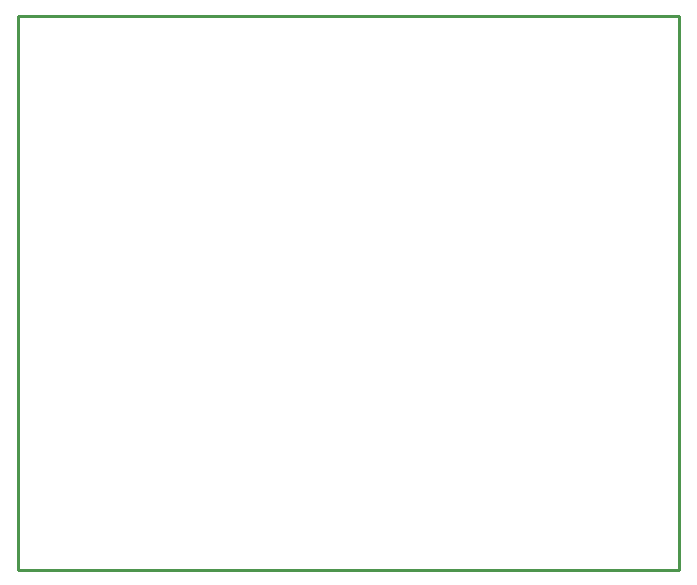
<source format=gko>
G04 Layer: BoardOutline*
G04 EasyEDA v6.4.19.4, 2021-04-26T19:44:21+05:30*
G04 545d4b8ce55c4096bfffc31d6a5384ca,10*
G04 Gerber Generator version 0.2*
G04 Scale: 100 percent, Rotated: No, Reflected: No *
G04 Dimensions in millimeters *
G04 leading zeros omitted , absolute positions ,4 integer and 5 decimal *
%FSLAX45Y45*%
%MOMM*%

%ADD10C,0.2540*%
D10*
X96773Y7116063D02*
G01*
X5689600Y7116063D01*
X5689600Y2425700D01*
X96773Y2425700D01*
X96773Y7116063D01*

%LPD*%
M02*

</source>
